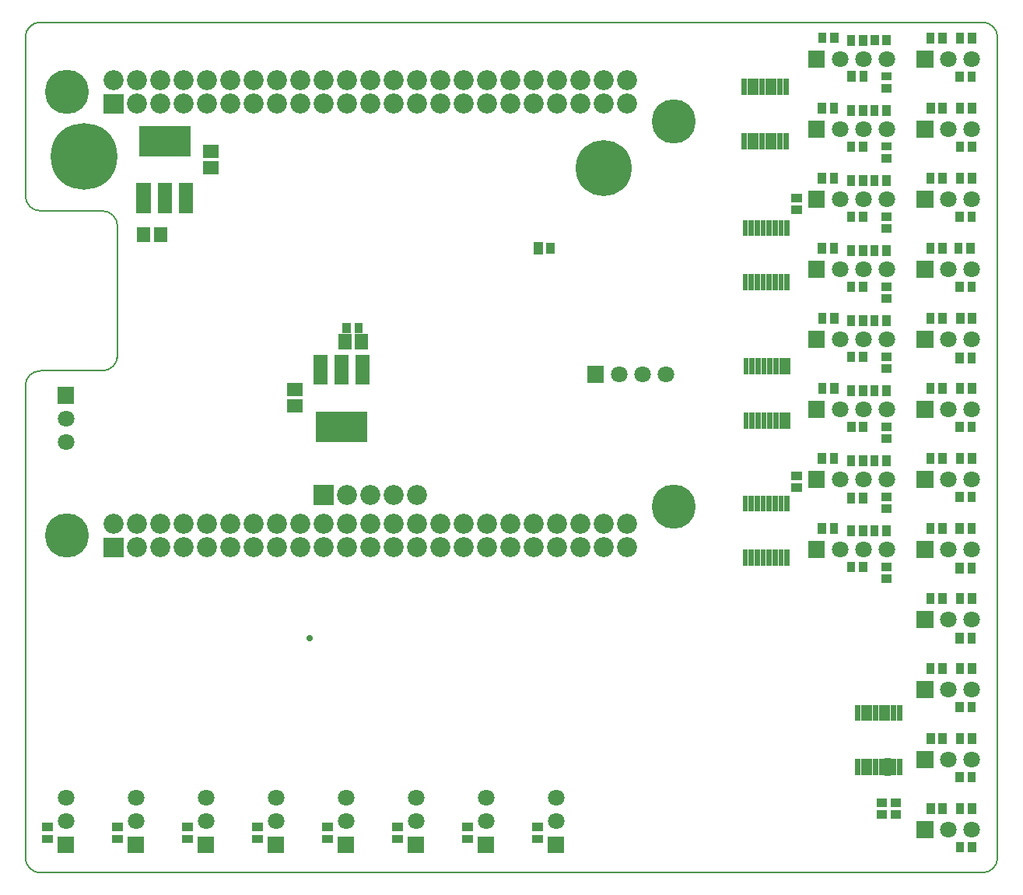
<source format=gbr>
G04 start of page 9 for group -4062 idx -4062 *
G04 Title: 971 BBB Cape, soldermask *
G04 Creator: pcb 20110918 *
G04 CreationDate: Mon Jan 20 21:04:42 2014 UTC *
G04 For: brians *
G04 Format: Gerber/RS-274X *
G04 PCB-Dimensions: 500000 400000 *
G04 PCB-Coordinate-Origin: lower left *
%MOIN*%
%FSLAX25Y25*%
%LNBOTTOMMASK*%
%ADD314R,0.0405X0.0405*%
%ADD313R,0.1280X0.1280*%
%ADD312R,0.0620X0.0620*%
%ADD311R,0.0572X0.0572*%
%ADD310R,0.0280X0.0280*%
%ADD309R,0.0355X0.0355*%
%ADD308R,0.0230X0.0230*%
%ADD307C,0.2860*%
%ADD306C,0.0860*%
%ADD305C,0.2400*%
%ADD304C,0.1890*%
%ADD303C,0.0001*%
%ADD302C,0.0710*%
%ADD301C,0.0250*%
%ADD300C,0.0080*%
G54D300*X68000Y42000D02*Y244000D01*
X74500Y250500D02*X101000D01*
X107500Y256000D02*Y312500D01*
X101000Y319000D02*X74500D01*
X68000Y325500D02*Y393300D01*
X484600D02*Y42000D01*
X479100Y35500D02*X73500D01*
G54D301*X189949Y136059D02*X189890Y136000D01*
G54D300*X74500Y399800D02*X478100D01*
X74500Y35500D02*G75*G02X68000Y42000I0J6500D01*G01*
Y244000D02*G75*G02X74500Y250500I6500J0D01*G01*
X107500Y257000D02*G75*G02X101000Y250500I-6500J0D01*G01*
Y319000D02*G75*G02X107500Y312500I0J-6500D01*G01*
X74500Y319000D02*G75*G02X68000Y325500I0J6500D01*G01*
X478100Y399800D02*G75*G02X484600Y393300I0J-6500D01*G01*
Y42000D02*G75*G02X478100Y35500I-6500J0D01*G01*
X68000Y393300D02*G75*G02X74500Y399800I6500J0D01*G01*
G54D302*X417000Y384000D03*
Y294000D03*
Y354000D03*
X427000Y384000D03*
Y294000D03*
Y354000D03*
G54D303*G36*
X403450Y357550D02*Y350450D01*
X410550D01*
Y357550D01*
X403450D01*
G37*
G54D304*X345799Y357329D03*
G54D305*X315799Y337329D03*
G54D304*X85799Y369829D03*
G54D306*X105799Y374829D03*
G54D303*G36*
X101499Y369129D02*Y360529D01*
X110099D01*
Y369129D01*
X101499D01*
G37*
G54D306*X115799Y374829D03*
Y364829D03*
X125799Y374829D03*
Y364829D03*
X135799Y374829D03*
Y364829D03*
G54D307*X93299Y342329D03*
G54D306*X145799Y374829D03*
Y364829D03*
X155799D03*
X165799D03*
X155799Y374829D03*
X165799D03*
X175799D03*
X185799D03*
X195799D03*
X205799D03*
X175799Y364829D03*
X185799D03*
X195799D03*
X205799D03*
X215799Y374829D03*
X225799D03*
X235799D03*
X215799Y364829D03*
X225799D03*
X235799D03*
X245799D03*
X255799D03*
X265799D03*
X245799Y374829D03*
X255799D03*
X265799D03*
X275799D03*
Y364829D03*
X285799Y374829D03*
X295799D03*
X305799D03*
X315799D03*
X325799D03*
X285799Y364829D03*
X295799D03*
X305799D03*
X315799D03*
X325799D03*
G54D303*G36*
X449950Y267550D02*Y260450D01*
X457050D01*
Y267550D01*
X449950D01*
G37*
G36*
Y207550D02*Y200450D01*
X457050D01*
Y207550D01*
X449950D01*
G37*
G36*
Y177550D02*Y170450D01*
X457050D01*
Y177550D01*
X449950D01*
G37*
G54D302*X463500Y264000D03*
Y204000D03*
Y174000D03*
Y144000D03*
Y114000D03*
Y84000D03*
X473500Y264000D03*
Y204000D03*
Y174000D03*
Y144000D03*
Y114000D03*
Y84000D03*
G54D303*G36*
X449950Y237550D02*Y230450D01*
X457050D01*
Y237550D01*
X449950D01*
G37*
G54D302*X463500Y234000D03*
X473500D03*
G54D303*G36*
X449950Y147550D02*Y140450D01*
X457050D01*
Y147550D01*
X449950D01*
G37*
G36*
Y117550D02*Y110450D01*
X457050D01*
Y117550D01*
X449950D01*
G37*
G36*
Y87550D02*Y80450D01*
X457050D01*
Y87550D01*
X449950D01*
G37*
G36*
Y57550D02*Y50450D01*
X457050D01*
Y57550D01*
X449950D01*
G37*
G54D302*X463500Y54000D03*
X473500D03*
G54D303*G36*
X449950Y327550D02*Y320450D01*
X457050D01*
Y327550D01*
X449950D01*
G37*
G54D302*X463500Y324000D03*
X473500D03*
G54D303*G36*
X449950Y297550D02*Y290450D01*
X457050D01*
Y297550D01*
X449950D01*
G37*
G54D302*X463500Y294000D03*
X473500D03*
X437000Y324000D03*
G54D303*G36*
X308891Y252550D02*Y245450D01*
X315991D01*
Y252550D01*
X308891D01*
G37*
G54D302*X322441Y249000D03*
X332441D03*
X342441D03*
G54D304*X345799Y192329D03*
G54D303*G36*
X449950Y387550D02*Y380450D01*
X457050D01*
Y387550D01*
X449950D01*
G37*
G54D302*X463500Y384000D03*
X473500D03*
G54D303*G36*
X403450Y387550D02*Y380450D01*
X410550D01*
Y387550D01*
X403450D01*
G37*
G36*
Y297550D02*Y290450D01*
X410550D01*
Y297550D01*
X403450D01*
G37*
G36*
Y327550D02*Y320450D01*
X410550D01*
Y327550D01*
X403450D01*
G37*
G54D302*X417000Y324000D03*
X427000D03*
G54D303*G36*
X449950Y357550D02*Y350450D01*
X457050D01*
Y357550D01*
X449950D01*
G37*
G54D302*X437000Y354000D03*
X463500D03*
X473500D03*
X437000Y384000D03*
Y174000D03*
Y204000D03*
Y234000D03*
Y264000D03*
Y294000D03*
G54D303*G36*
X403450Y177550D02*Y170450D01*
X410550D01*
Y177550D01*
X403450D01*
G37*
G36*
Y207550D02*Y200450D01*
X410550D01*
Y207550D01*
X403450D01*
G37*
G36*
Y237550D02*Y230450D01*
X410550D01*
Y237550D01*
X403450D01*
G37*
G36*
Y267550D02*Y260450D01*
X410550D01*
Y267550D01*
X403450D01*
G37*
G54D302*X417000Y174000D03*
Y204000D03*
Y234000D03*
Y264000D03*
X427000Y174000D03*
Y204000D03*
Y234000D03*
Y264000D03*
G54D303*G36*
X201891Y51050D02*Y43950D01*
X208991D01*
Y51050D01*
X201891D01*
G37*
G54D302*X205441Y57500D03*
Y67500D03*
G54D303*G36*
X231891Y51050D02*Y43950D01*
X238991D01*
Y51050D01*
X231891D01*
G37*
G54D302*X235441Y57500D03*
Y67500D03*
G54D303*G36*
X261891Y51050D02*Y43950D01*
X268991D01*
Y51050D01*
X261891D01*
G37*
G36*
X171891D02*Y43950D01*
X178991D01*
Y51050D01*
X171891D01*
G37*
G36*
X141891D02*Y43950D01*
X148991D01*
Y51050D01*
X141891D01*
G37*
G36*
X111891D02*Y43950D01*
X118991D01*
Y51050D01*
X111891D01*
G37*
G36*
X81891D02*Y43950D01*
X88991D01*
Y51050D01*
X81891D01*
G37*
G54D302*X265441Y57500D03*
X175441D03*
X145441D03*
X115441D03*
X85441D03*
X265441Y67500D03*
X175441D03*
G54D303*G36*
X291891Y51050D02*Y43950D01*
X298991D01*
Y51050D01*
X291891D01*
G37*
G54D302*X295441Y57500D03*
Y67500D03*
X145441D03*
X115441D03*
X85441D03*
G54D304*X85799Y179829D03*
G54D306*X105799Y184829D03*
G54D303*G36*
X101499Y179129D02*Y170529D01*
X110099D01*
Y179129D01*
X101499D01*
G37*
G54D306*X115799Y184829D03*
Y174829D03*
X125799Y184829D03*
Y174829D03*
G54D303*G36*
X81891Y243550D02*Y236450D01*
X88991D01*
Y243550D01*
X81891D01*
G37*
G54D302*X85441Y230000D03*
Y220000D03*
G54D306*X135799Y184829D03*
X145799D03*
X155799D03*
X135799Y174829D03*
X145799D03*
X155799D03*
X165799Y184829D03*
X175799D03*
X185799D03*
X195799D03*
X165799Y174829D03*
X175799D03*
X185799D03*
X195799D03*
G54D303*G36*
X191499Y201629D02*Y193029D01*
X200099D01*
Y201629D01*
X191499D01*
G37*
G54D306*X205799Y197329D03*
X215799D03*
X225799D03*
X235799D03*
X205799Y184829D03*
X215799D03*
X225799D03*
X205799Y174829D03*
X215799D03*
X225799D03*
X235799D03*
X245799D03*
X255799D03*
X235799Y184829D03*
X245799D03*
X255799D03*
X265799D03*
Y174829D03*
X275799Y184829D03*
X285799D03*
X295799D03*
X305799D03*
X315799D03*
X325799D03*
X275799Y174829D03*
X285799D03*
X295799D03*
X305799D03*
X315799D03*
X325799D03*
G54D308*X394397Y172689D02*Y168083D01*
X391838Y172689D02*Y168083D01*
X389279Y172689D02*Y168083D01*
X386720Y172689D02*Y168083D01*
X384162Y172689D02*Y168083D01*
X381603Y172689D02*Y168083D01*
X379044Y172689D02*Y168083D01*
X376485Y172689D02*Y168083D01*
G54D309*X461000Y153492D02*Y152508D01*
X473500Y166492D02*Y165508D01*
X468382Y166492D02*Y165508D01*
X468441Y153492D02*Y152508D01*
X455882Y153492D02*Y152508D01*
X426941Y166992D02*Y166008D01*
X421823Y166992D02*Y166008D01*
X436449Y166500D02*X437433D01*
X436449Y161382D02*X437433D01*
X473559Y153492D02*Y152508D01*
X461000Y123492D02*Y122508D01*
X455882Y123492D02*Y122508D01*
X473559Y123492D02*Y122508D01*
X468441Y123492D02*Y122508D01*
X473559Y93492D02*Y92508D01*
X468441Y93492D02*Y92508D01*
X461059Y93492D02*Y92508D01*
X455941Y93492D02*Y92508D01*
X473500Y106992D02*Y106008D01*
X468382Y106992D02*Y106008D01*
X473500Y136492D02*Y135508D01*
X468382Y136492D02*Y135508D01*
X286949Y49941D02*X287933D01*
X256949D02*X257933D01*
X226949D02*X227933D01*
X196949D02*X197933D01*
X166949D02*X167933D01*
X256949Y55059D02*X257933D01*
X226949D02*X227933D01*
X196949D02*X197933D01*
X166949D02*X167933D01*
X286949D02*X287933D01*
X434449Y65559D02*X435433D01*
X434449Y60441D02*X435433D01*
G54D308*X442559Y83075D02*Y78469D01*
X440000Y83075D02*Y78469D01*
G54D310*X437441Y83075D02*Y78469D01*
G54D308*X434882Y83075D02*Y78469D01*
X432324Y83075D02*Y78469D01*
X429765Y83075D02*Y78469D01*
X427206Y83075D02*Y78469D01*
X424647Y83075D02*Y78469D01*
G54D309*X440449Y65559D02*X441433D01*
X440449Y60441D02*X441433D01*
G54D308*X424647Y106303D02*Y101697D01*
X427206Y106303D02*Y101697D01*
X429765Y106303D02*Y101697D01*
X432324Y106303D02*Y101697D01*
X434882Y106303D02*Y101697D01*
X437441Y106303D02*Y101697D01*
X440000Y106303D02*Y101697D01*
X442559Y106303D02*Y101697D01*
G54D309*X461059Y63492D02*Y62508D01*
X455941Y63492D02*Y62508D01*
X468441Y63492D02*Y62508D01*
X473559Y46992D02*Y46008D01*
X468441Y46992D02*Y46008D01*
X473559Y63492D02*Y62508D01*
X473500Y76992D02*Y76008D01*
X468382Y76992D02*Y76008D01*
X461000Y393492D02*Y392508D01*
X455882Y393492D02*Y392508D01*
X461059Y363492D02*Y362508D01*
X473500Y376992D02*Y376008D01*
X468382Y376992D02*Y376008D01*
X468441Y363492D02*Y362508D01*
X468500Y346992D02*Y346008D01*
X455941Y363492D02*Y362508D01*
X461000Y333492D02*Y332508D01*
X455882Y333492D02*Y332508D01*
X473500Y316992D02*Y316008D01*
X468382Y316992D02*Y316008D01*
X468441Y333492D02*Y332508D01*
X473559Y393492D02*Y392508D01*
X468441Y393492D02*Y392508D01*
X427000Y392492D02*Y391508D01*
X426941Y346992D02*Y346008D01*
X427118Y377051D02*Y376067D01*
X421882Y392492D02*Y391508D01*
X421823Y346992D02*Y346008D01*
X422000Y377051D02*Y376067D01*
X427000Y362492D02*Y361508D01*
X421882Y362492D02*Y361508D01*
X414500Y363492D02*Y362508D01*
X409382Y363492D02*Y362508D01*
X437000Y362492D02*Y361508D01*
X431882Y362492D02*Y361508D01*
X436449Y346618D02*X437433D01*
X437059Y392610D02*Y391626D01*
X436449Y376618D02*X437433D01*
X436449Y371500D02*X437433D01*
X431941Y392610D02*Y391626D01*
X414559Y393610D02*Y392626D01*
X409441Y393610D02*Y392626D01*
X436449Y341500D02*X437433D01*
X427000Y332492D02*Y331508D01*
X437000Y332492D02*Y331508D01*
X431882Y332492D02*Y331508D01*
X426941Y316992D02*Y316008D01*
X421823Y316992D02*Y316008D01*
X436449Y316500D02*X437433D01*
X414500Y333492D02*Y332508D01*
X409382Y333492D02*Y332508D01*
X421882Y332492D02*Y331508D01*
X397949Y205559D02*X398933D01*
X397949Y200441D02*X398933D01*
G54D308*X376485Y195917D02*Y191311D01*
X379044Y195917D02*Y191311D01*
X381603Y195917D02*Y191311D01*
X384162Y195917D02*Y191311D01*
X386720Y195917D02*Y191311D01*
X389279Y195917D02*Y191311D01*
X391838Y195917D02*Y191311D01*
X394397Y195917D02*Y191311D01*
X394747Y231460D02*Y226854D01*
X392188Y231460D02*Y226854D01*
X389629Y231460D02*Y226854D01*
X387070Y231460D02*Y226854D01*
X384512Y231460D02*Y226854D01*
X381953Y231460D02*Y226854D01*
X379394Y231460D02*Y226854D01*
X376835Y231460D02*Y226854D01*
Y254688D02*Y250082D01*
X379394Y254688D02*Y250082D01*
X381953Y254688D02*Y250082D01*
X384512Y254688D02*Y250082D01*
X387070Y254688D02*Y250082D01*
G54D309*X461000Y213492D02*Y212508D01*
X455882Y213492D02*Y212508D01*
X461000Y243492D02*Y242508D01*
X455882Y243492D02*Y242508D01*
X468382Y226992D02*Y226008D01*
X468441Y243492D02*Y242508D01*
Y213492D02*Y212508D01*
X473500Y196992D02*Y196008D01*
Y183492D02*Y182508D01*
X468382Y196992D02*Y196008D01*
Y183492D02*Y182508D01*
X461000Y183492D02*Y182508D01*
X455882Y183492D02*Y182508D01*
X461000Y273492D02*Y272508D01*
Y303492D02*Y302508D01*
X455882Y273492D02*Y272508D01*
Y303492D02*Y302508D01*
X436508Y256559D02*X437492D01*
X436508Y251441D02*X437492D01*
X437000Y242492D02*Y241508D01*
X431882Y242492D02*Y241508D01*
X427059Y226992D02*Y226008D01*
X436508Y226559D02*X437492D01*
X436508Y221441D02*X437492D01*
X421941Y226992D02*Y226008D01*
X421823Y256992D02*Y256008D01*
X421882Y242492D02*Y241508D01*
X414559Y243492D02*Y242508D01*
X427000Y212492D02*Y211508D01*
X437000Y212492D02*Y211508D01*
X431882Y212492D02*Y211508D01*
X414500Y213492D02*Y212508D01*
X409382Y213492D02*Y212508D01*
X421882Y212492D02*Y211508D01*
X426941Y196492D02*Y195508D01*
X421823Y196492D02*Y195508D01*
X437000Y182492D02*Y181508D01*
X431882Y182492D02*Y181508D01*
X427000Y182492D02*Y181508D01*
X421882Y182492D02*Y181508D01*
X414500Y183492D02*Y182508D01*
X409382Y183492D02*Y182508D01*
X473500Y256492D02*Y255508D01*
X468382Y256492D02*Y255508D01*
X473677Y273492D02*Y272508D01*
X468559Y273492D02*Y272508D01*
X473500Y226992D02*Y226008D01*
X473559Y243492D02*Y242508D01*
Y213492D02*Y212508D01*
Y363492D02*Y362508D01*
Y333492D02*Y332508D01*
X473000Y303492D02*Y302508D01*
X473500Y286992D02*Y286008D01*
X468382Y286992D02*Y286008D01*
X467882Y303492D02*Y302508D01*
X473618Y346992D02*Y346008D01*
X436449Y311382D02*X437433D01*
X427000Y302492D02*Y301508D01*
X421882Y302492D02*Y301508D01*
X437000Y302492D02*Y301508D01*
X431882Y302492D02*Y301508D01*
X436508Y286559D02*X437492D01*
X414500Y303492D02*Y302508D01*
X409382Y303492D02*Y302508D01*
X426941Y286992D02*Y286008D01*
X427000Y272492D02*Y271508D01*
X426941Y256992D02*Y256008D01*
X427000Y242492D02*Y241508D01*
X421823Y286992D02*Y286008D01*
X421882Y272492D02*Y271508D01*
X414559Y273492D02*Y272508D01*
X409441Y273492D02*Y272508D01*
X436508Y281441D02*X437492D01*
X437000Y272492D02*Y271508D01*
X431882Y272492D02*Y271508D01*
X409441Y243492D02*Y242508D01*
X436508Y196559D02*X437492D01*
X436508Y191441D02*X437492D01*
G54D308*X388779Y374417D02*Y369811D01*
X391338Y374417D02*Y369811D01*
X393897Y374417D02*Y369811D01*
Y351189D02*Y346583D01*
X391338Y351189D02*Y346583D01*
X388779Y351189D02*Y346583D01*
X386220Y351189D02*Y346583D01*
Y374417D02*Y369811D01*
X383662Y351189D02*Y346583D01*
Y374417D02*Y369811D01*
X381103Y351189D02*Y346583D01*
X378544Y351189D02*Y346583D01*
X375985Y351189D02*Y346583D01*
Y374417D02*Y369811D01*
X378544Y374417D02*Y369811D01*
X381103Y374417D02*Y369811D01*
X389629Y254688D02*Y250082D01*
X392188Y254688D02*Y250082D01*
X391838Y290689D02*Y286083D01*
X394747Y254688D02*Y250082D01*
X394397Y290689D02*Y286083D01*
X389279Y290689D02*Y286083D01*
X386720Y290689D02*Y286083D01*
X384162Y290689D02*Y286083D01*
X381603Y290689D02*Y286083D01*
X379044Y290689D02*Y286083D01*
X376485Y290689D02*Y286083D01*
G54D309*X397949Y324559D02*X398933D01*
X397949Y319441D02*X398933D01*
G54D308*X384162Y313917D02*Y309311D01*
X386720Y313917D02*Y309311D01*
X381603Y313917D02*Y309311D01*
X376485Y313917D02*Y309311D01*
X379044Y313917D02*Y309311D01*
X389279Y313917D02*Y309311D01*
X391838Y313917D02*Y309311D01*
X394397Y313917D02*Y309311D01*
G54D311*X147048Y344543D02*X147834D01*
X147048Y337457D02*X147834D01*
G54D312*X136799Y327729D02*Y321129D01*
X127799Y327729D02*Y321129D01*
X118699Y327729D02*Y321129D01*
G54D313*X123299Y348829D02*X132299D01*
G54D311*X183148Y235357D02*X183934D01*
X183148Y242443D02*X183934D01*
G54D309*X205681Y269321D02*Y268337D01*
X210799Y269321D02*Y268337D01*
G54D311*X204998Y263293D02*Y262507D01*
X212084Y263293D02*Y262507D01*
G54D312*X194441Y254200D02*Y247600D01*
X203441Y254200D02*Y247600D01*
X212541Y254200D02*Y247600D01*
G54D313*X198941Y226500D02*X207941D01*
G54D311*X125885Y309222D02*Y308436D01*
X118799Y309222D02*Y308436D01*
G54D309*X76949Y49941D02*X77933D01*
X106949D02*X107933D01*
X76949Y55059D02*X77933D01*
X106949D02*X107933D01*
X136949Y49941D02*X137933D01*
X136949Y55059D02*X137933D01*
G54D314*X287917Y303449D02*Y302465D01*
G54D309*X293035Y303449D02*Y302465D01*
M02*

</source>
